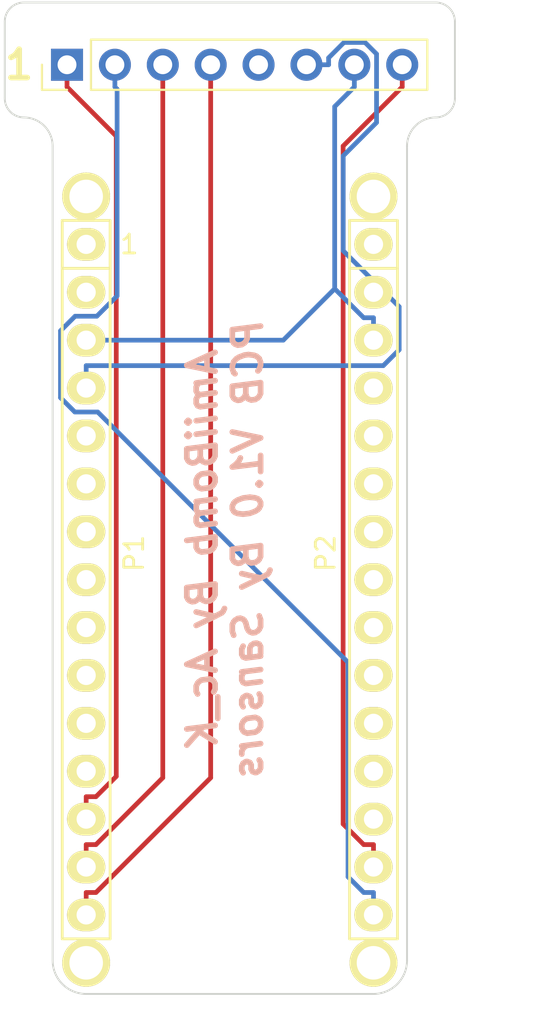
<source format=kicad_pcb>
(kicad_pcb (version 4) (host pcbnew 4.0.6)

  (general
    (links 9)
    (no_connects 0)
    (area 135.077999 58.369999 159.054001 111.048001)
    (thickness 1.6)
    (drawings 33)
    (tracks 57)
    (zones 0)
    (modules 7)
    (nets 34)
  )

  (page A4)
  (title_block
    (date "jeu. 02 avril 2015")
  )

  (layers
    (0 F.Cu signal)
    (31 B.Cu signal)
    (32 B.Adhes user)
    (33 F.Adhes user)
    (34 B.Paste user)
    (35 F.Paste user)
    (36 B.SilkS user)
    (37 F.SilkS user)
    (38 B.Mask user)
    (39 F.Mask user)
    (40 Dwgs.User user)
    (41 Cmts.User user)
    (42 Eco1.User user)
    (43 Eco2.User user)
    (44 Edge.Cuts user)
    (45 Margin user)
    (46 B.CrtYd user)
    (47 F.CrtYd user)
    (48 B.Fab user)
    (49 F.Fab user)
  )

  (setup
    (last_trace_width 0.25)
    (trace_clearance 0.2)
    (zone_clearance 0.508)
    (zone_45_only no)
    (trace_min 0.2)
    (segment_width 0.15)
    (edge_width 0.1)
    (via_size 0.6)
    (via_drill 0.4)
    (via_min_size 0.4)
    (via_min_drill 0.3)
    (uvia_size 0.3)
    (uvia_drill 0.1)
    (uvias_allowed no)
    (uvia_min_size 0.2)
    (uvia_min_drill 0.1)
    (pcb_text_width 0.3)
    (pcb_text_size 1.5 1.5)
    (mod_edge_width 0.15)
    (mod_text_size 1 1)
    (mod_text_width 0.15)
    (pad_size 1.5 1.5)
    (pad_drill 0.6)
    (pad_to_mask_clearance 0)
    (aux_axis_origin 138.176 110.617)
    (visible_elements 7FFFFFFF)
    (pcbplotparams
      (layerselection 0x00030_80000001)
      (usegerberextensions false)
      (excludeedgelayer true)
      (linewidth 0.100000)
      (plotframeref false)
      (viasonmask false)
      (mode 1)
      (useauxorigin false)
      (hpglpennumber 1)
      (hpglpenspeed 20)
      (hpglpendiameter 15)
      (hpglpenoverlay 2)
      (psnegative false)
      (psa4output false)
      (plotreference true)
      (plotvalue true)
      (plotinvisibletext false)
      (padsonsilk false)
      (subtractmaskfromsilk false)
      (outputformat 1)
      (mirror false)
      (drillshape 1)
      (scaleselection 1)
      (outputdirectory ""))
  )

  (net 0 "")
  (net 1 "/1(Tx)")
  (net 2 "/0(Rx)")
  (net 3 GND)
  (net 4 /2)
  (net 5 "/3(**)")
  (net 6 /4)
  (net 7 "/5(**)")
  (net 8 "/6(**)")
  (net 9 /7)
  (net 10 /8)
  (net 11 "/9(**)")
  (net 12 /Vin)
  (net 13 +5V)
  (net 14 /A7)
  (net 15 /A6)
  (net 16 /A5)
  (net 17 /A4)
  (net 18 /A3)
  (net 19 /A2)
  (net 20 /A1)
  (net 21 /A0)
  (net 22 /AREF)
  (net 23 "Net-(P3-Pad1)")
  (net 24 "Net-(P4-Pad1)")
  (net 25 "Net-(P5-Pad1)")
  (net 26 "Net-(P6-Pad1)")
  (net 27 +3V3)
  (net 28 SDA)
  (net 29 SCK)
  (net 30 MOSI)
  (net 31 MISO)
  (net 32 "Net-(J1-Pad5)")
  (net 33 RST)

  (net_class Default "This is the default net class."
    (clearance 0.2)
    (trace_width 0.25)
    (via_dia 0.6)
    (via_drill 0.4)
    (uvia_dia 0.3)
    (uvia_drill 0.1)
    (add_net +3V3)
    (add_net +5V)
    (add_net "/0(Rx)")
    (add_net "/1(Tx)")
    (add_net /2)
    (add_net "/3(**)")
    (add_net /4)
    (add_net "/5(**)")
    (add_net "/6(**)")
    (add_net /7)
    (add_net /8)
    (add_net "/9(**)")
    (add_net /A0)
    (add_net /A1)
    (add_net /A2)
    (add_net /A3)
    (add_net /A4)
    (add_net /A5)
    (add_net /A6)
    (add_net /A7)
    (add_net /AREF)
    (add_net /Vin)
    (add_net GND)
    (add_net MISO)
    (add_net MOSI)
    (add_net "Net-(J1-Pad5)")
    (add_net "Net-(P3-Pad1)")
    (add_net "Net-(P4-Pad1)")
    (add_net "Net-(P5-Pad1)")
    (add_net "Net-(P6-Pad1)")
    (add_net RST)
    (add_net SCK)
    (add_net SDA)
  )

  (module Socket_Arduino_Nano:Socket_Strip_Arduino_1x15 locked (layer F.Cu) (tedit 552169C6) (tstamp 551FC9D0)
    (at 139.446 71.247 270)
    (descr "Through hole socket strip")
    (tags "socket strip")
    (path /56D73FAC)
    (fp_text reference P1 (at 16.383 -2.54 270) (layer F.SilkS)
      (effects (font (size 1 1) (thickness 0.15)))
    )
    (fp_text value Digital (at 20.193 -2.54 270) (layer F.Fab)
      (effects (font (size 1 1) (thickness 0.15)))
    )
    (fp_line (start 1.27 -1.27) (end -1.27 -1.27) (layer F.SilkS) (width 0.15))
    (fp_line (start -1.27 -1.27) (end -1.27 1.27) (layer F.SilkS) (width 0.15))
    (fp_line (start -1.27 1.27) (end 1.27 1.27) (layer F.SilkS) (width 0.15))
    (fp_line (start -1.75 -1.75) (end -1.75 1.75) (layer F.CrtYd) (width 0.05))
    (fp_line (start 37.35 -1.75) (end 37.35 1.75) (layer F.CrtYd) (width 0.05))
    (fp_line (start -1.75 -1.75) (end 37.35 -1.75) (layer F.CrtYd) (width 0.05))
    (fp_line (start -1.75 1.75) (end 37.35 1.75) (layer F.CrtYd) (width 0.05))
    (fp_line (start 1.27 -1.27) (end 36.83 -1.27) (layer F.SilkS) (width 0.15))
    (fp_line (start 36.83 -1.27) (end 36.83 1.27) (layer F.SilkS) (width 0.15))
    (fp_line (start 36.83 1.27) (end 1.27 1.27) (layer F.SilkS) (width 0.15))
    (fp_line (start 1.27 1.27) (end 1.27 -1.27) (layer F.SilkS) (width 0.15))
    (pad 1 thru_hole oval (at 0 0 270) (size 1.7272 2.032) (drill 1.016) (layers *.Cu *.Mask F.SilkS)
      (net 1 "/1(Tx)"))
    (pad 2 thru_hole oval (at 2.54 0 270) (size 1.7272 2.032) (drill 1.016) (layers *.Cu *.Mask F.SilkS)
      (net 2 "/0(Rx)"))
    (pad 3 thru_hole oval (at 5.08 0 270) (size 1.7272 2.032) (drill 1.016) (layers *.Cu *.Mask F.SilkS)
      (net 33 RST))
    (pad 4 thru_hole oval (at 7.62 0 270) (size 1.7272 2.032) (drill 1.016) (layers *.Cu *.Mask F.SilkS)
      (net 3 GND))
    (pad 5 thru_hole oval (at 10.16 0 270) (size 1.7272 2.032) (drill 1.016) (layers *.Cu *.Mask F.SilkS)
      (net 4 /2))
    (pad 6 thru_hole oval (at 12.7 0 270) (size 1.7272 2.032) (drill 1.016) (layers *.Cu *.Mask F.SilkS)
      (net 5 "/3(**)"))
    (pad 7 thru_hole oval (at 15.24 0 270) (size 1.7272 2.032) (drill 1.016) (layers *.Cu *.Mask F.SilkS)
      (net 6 /4))
    (pad 8 thru_hole oval (at 17.78 0 270) (size 1.7272 2.032) (drill 1.016) (layers *.Cu *.Mask F.SilkS)
      (net 7 "/5(**)"))
    (pad 9 thru_hole oval (at 20.32 0 270) (size 1.7272 2.032) (drill 1.016) (layers *.Cu *.Mask F.SilkS)
      (net 8 "/6(**)"))
    (pad 10 thru_hole oval (at 22.86 0 270) (size 1.7272 2.032) (drill 1.016) (layers *.Cu *.Mask F.SilkS)
      (net 9 /7))
    (pad 11 thru_hole oval (at 25.4 0 270) (size 1.7272 2.032) (drill 1.016) (layers *.Cu *.Mask F.SilkS)
      (net 10 /8))
    (pad 12 thru_hole oval (at 27.94 0 270) (size 1.7272 2.032) (drill 1.016) (layers *.Cu *.Mask F.SilkS)
      (net 11 "/9(**)"))
    (pad 13 thru_hole oval (at 30.48 0 270) (size 1.7272 2.032) (drill 1.016) (layers *.Cu *.Mask F.SilkS)
      (net 28 SDA))
    (pad 14 thru_hole oval (at 33.02 0 270) (size 1.7272 2.032) (drill 1.016) (layers *.Cu *.Mask F.SilkS)
      (net 30 MOSI))
    (pad 15 thru_hole oval (at 35.56 0 270) (size 1.7272 2.032) (drill 1.016) (layers *.Cu *.Mask F.SilkS)
      (net 31 MISO))
    (model ${KIPRJMOD}/Socket_Arduino_Nano.3dshapes/Socket_header_Arduino_1x15.wrl
      (at (xyz 0.7 0 0))
      (scale (xyz 1 1 1))
      (rotate (xyz 0 0 180))
    )
  )

  (module Socket_Arduino_Nano:Socket_Strip_Arduino_1x15 locked (layer F.Cu) (tedit 552169D3) (tstamp 551FC9EE)
    (at 154.686 71.247 270)
    (descr "Through hole socket strip")
    (tags "socket strip")
    (path /56D740C7)
    (fp_text reference P2 (at 16.383 2.54 270) (layer F.SilkS)
      (effects (font (size 1 1) (thickness 0.15)))
    )
    (fp_text value Analog (at 20.193 2.54 270) (layer F.Fab)
      (effects (font (size 1 1) (thickness 0.15)))
    )
    (fp_line (start 1.27 -1.27) (end -1.27 -1.27) (layer F.SilkS) (width 0.15))
    (fp_line (start -1.27 -1.27) (end -1.27 1.27) (layer F.SilkS) (width 0.15))
    (fp_line (start -1.27 1.27) (end 1.27 1.27) (layer F.SilkS) (width 0.15))
    (fp_line (start -1.75 -1.75) (end -1.75 1.75) (layer F.CrtYd) (width 0.05))
    (fp_line (start 37.35 -1.75) (end 37.35 1.75) (layer F.CrtYd) (width 0.05))
    (fp_line (start -1.75 -1.75) (end 37.35 -1.75) (layer F.CrtYd) (width 0.05))
    (fp_line (start -1.75 1.75) (end 37.35 1.75) (layer F.CrtYd) (width 0.05))
    (fp_line (start 1.27 -1.27) (end 36.83 -1.27) (layer F.SilkS) (width 0.15))
    (fp_line (start 36.83 -1.27) (end 36.83 1.27) (layer F.SilkS) (width 0.15))
    (fp_line (start 36.83 1.27) (end 1.27 1.27) (layer F.SilkS) (width 0.15))
    (fp_line (start 1.27 1.27) (end 1.27 -1.27) (layer F.SilkS) (width 0.15))
    (pad 1 thru_hole oval (at 0 0 270) (size 1.7272 2.032) (drill 1.016) (layers *.Cu *.Mask F.SilkS)
      (net 12 /Vin))
    (pad 2 thru_hole oval (at 2.54 0 270) (size 1.7272 2.032) (drill 1.016) (layers *.Cu *.Mask F.SilkS)
      (net 3 GND))
    (pad 3 thru_hole oval (at 5.08 0 270) (size 1.7272 2.032) (drill 1.016) (layers *.Cu *.Mask F.SilkS)
      (net 33 RST))
    (pad 4 thru_hole oval (at 7.62 0 270) (size 1.7272 2.032) (drill 1.016) (layers *.Cu *.Mask F.SilkS)
      (net 13 +5V))
    (pad 5 thru_hole oval (at 10.16 0 270) (size 1.7272 2.032) (drill 1.016) (layers *.Cu *.Mask F.SilkS)
      (net 14 /A7))
    (pad 6 thru_hole oval (at 12.7 0 270) (size 1.7272 2.032) (drill 1.016) (layers *.Cu *.Mask F.SilkS)
      (net 15 /A6))
    (pad 7 thru_hole oval (at 15.24 0 270) (size 1.7272 2.032) (drill 1.016) (layers *.Cu *.Mask F.SilkS)
      (net 16 /A5))
    (pad 8 thru_hole oval (at 17.78 0 270) (size 1.7272 2.032) (drill 1.016) (layers *.Cu *.Mask F.SilkS)
      (net 17 /A4))
    (pad 9 thru_hole oval (at 20.32 0 270) (size 1.7272 2.032) (drill 1.016) (layers *.Cu *.Mask F.SilkS)
      (net 18 /A3))
    (pad 10 thru_hole oval (at 22.86 0 270) (size 1.7272 2.032) (drill 1.016) (layers *.Cu *.Mask F.SilkS)
      (net 19 /A2))
    (pad 11 thru_hole oval (at 25.4 0 270) (size 1.7272 2.032) (drill 1.016) (layers *.Cu *.Mask F.SilkS)
      (net 20 /A1))
    (pad 12 thru_hole oval (at 27.94 0 270) (size 1.7272 2.032) (drill 1.016) (layers *.Cu *.Mask F.SilkS)
      (net 21 /A0))
    (pad 13 thru_hole oval (at 30.48 0 270) (size 1.7272 2.032) (drill 1.016) (layers *.Cu *.Mask F.SilkS)
      (net 22 /AREF))
    (pad 14 thru_hole oval (at 33.02 0 270) (size 1.7272 2.032) (drill 1.016) (layers *.Cu *.Mask F.SilkS)
      (net 27 +3V3))
    (pad 15 thru_hole oval (at 35.56 0 270) (size 1.7272 2.032) (drill 1.016) (layers *.Cu *.Mask F.SilkS)
      (net 29 SCK))
    (model ${KIPRJMOD}/Socket_Arduino_Nano.3dshapes/Socket_header_Arduino_1x15.wrl
      (at (xyz 0.7 0 0))
      (scale (xyz 1 1 1))
      (rotate (xyz 0 0 180))
    )
  )

  (module Socket_Arduino_Nano:1pin_Nano locked (layer F.Cu) (tedit 5521156E) (tstamp 55211553)
    (at 139.446 68.707)
    (descr "module 1 pin (ou trou mecanique de percage)")
    (tags DEV)
    (path /56D73ADD)
    (fp_text reference P3 (at 0 -2.032) (layer F.SilkS) hide
      (effects (font (size 1 1) (thickness 0.15)))
    )
    (fp_text value CONN_01X01 (at 0 2.032) (layer F.Fab) hide
      (effects (font (size 1 1) (thickness 0.15)))
    )
    (pad 1 thru_hole circle (at 0 0) (size 2.54 2.54) (drill 1.778) (layers *.Cu *.Mask F.SilkS)
      (net 23 "Net-(P3-Pad1)"))
  )

  (module Socket_Arduino_Nano:1pin_Nano locked (layer F.Cu) (tedit 55211594) (tstamp 55211558)
    (at 139.446 109.347)
    (descr "module 1 pin (ou trou mecanique de percage)")
    (tags DEV)
    (path /56D73D86)
    (fp_text reference P4 (at 0 -2.032) (layer F.SilkS) hide
      (effects (font (size 1 1) (thickness 0.15)))
    )
    (fp_text value CONN_01X01 (at 0 2.032) (layer F.Fab) hide
      (effects (font (size 1 1) (thickness 0.15)))
    )
    (pad 1 thru_hole circle (at 0 0) (size 2.54 2.54) (drill 1.778) (layers *.Cu *.Mask F.SilkS)
      (net 24 "Net-(P4-Pad1)"))
  )

  (module Socket_Arduino_Nano:1pin_Nano locked (layer F.Cu) (tedit 552115A5) (tstamp 5521155D)
    (at 154.686 109.347)
    (descr "module 1 pin (ou trou mecanique de percage)")
    (tags DEV)
    (path /56D73DAE)
    (fp_text reference P5 (at 0 -2.032) (layer F.SilkS) hide
      (effects (font (size 1 1) (thickness 0.15)))
    )
    (fp_text value CONN_01X01 (at 0 2.032) (layer F.Fab) hide
      (effects (font (size 1 1) (thickness 0.15)))
    )
    (pad 1 thru_hole circle (at 0 0) (size 2.54 2.54) (drill 1.778) (layers *.Cu *.Mask F.SilkS)
      (net 25 "Net-(P5-Pad1)"))
  )

  (module Socket_Arduino_Nano:1pin_Nano locked (layer F.Cu) (tedit 552115BD) (tstamp 55211562)
    (at 154.686 68.707)
    (descr "module 1 pin (ou trou mecanique de percage)")
    (tags DEV)
    (path /56D73DD9)
    (fp_text reference P6 (at 0 -2.032) (layer F.SilkS) hide
      (effects (font (size 1 1) (thickness 0.15)))
    )
    (fp_text value CONN_01X01 (at 0 2.032) (layer F.Fab) hide
      (effects (font (size 1 1) (thickness 0.15)))
    )
    (pad 1 thru_hole circle (at 0 0) (size 2.54 2.54) (drill 1.778) (layers *.Cu *.Mask F.SilkS)
      (net 26 "Net-(P6-Pad1)"))
  )

  (module Pin_Headers:Pin_Header_Straight_1x08_Pitch2.54mm (layer F.Cu) (tedit 58F91594) (tstamp 58F9121E)
    (at 138.43 61.722 90)
    (descr "Through hole straight pin header, 1x08, 2.54mm pitch, single row")
    (tags "Through hole pin header THT 1x08 2.54mm single row")
    (path /58F91601)
    (fp_text reference J1 (at 0 -2.33 90) (layer F.SilkS) hide
      (effects (font (size 1 1) (thickness 0.15)))
    )
    (fp_text value CONN_01X08 (at -1.524 23.876 90) (layer F.Fab)
      (effects (font (size 1 1) (thickness 0.15)))
    )
    (fp_line (start -1.27 -1.27) (end -1.27 19.05) (layer F.Fab) (width 0.1))
    (fp_line (start -1.27 19.05) (end 1.27 19.05) (layer F.Fab) (width 0.1))
    (fp_line (start 1.27 19.05) (end 1.27 -1.27) (layer F.Fab) (width 0.1))
    (fp_line (start 1.27 -1.27) (end -1.27 -1.27) (layer F.Fab) (width 0.1))
    (fp_line (start -1.33 1.27) (end -1.33 19.11) (layer F.SilkS) (width 0.12))
    (fp_line (start -1.33 19.11) (end 1.33 19.11) (layer F.SilkS) (width 0.12))
    (fp_line (start 1.33 19.11) (end 1.33 1.27) (layer F.SilkS) (width 0.12))
    (fp_line (start 1.33 1.27) (end -1.33 1.27) (layer F.SilkS) (width 0.12))
    (fp_line (start -1.33 0) (end -1.33 -1.33) (layer F.SilkS) (width 0.12))
    (fp_line (start -1.33 -1.33) (end 0 -1.33) (layer F.SilkS) (width 0.12))
    (fp_line (start -1.8 -1.8) (end -1.8 19.55) (layer F.CrtYd) (width 0.05))
    (fp_line (start -1.8 19.55) (end 1.8 19.55) (layer F.CrtYd) (width 0.05))
    (fp_line (start 1.8 19.55) (end 1.8 -1.8) (layer F.CrtYd) (width 0.05))
    (fp_line (start 1.8 -1.8) (end -1.8 -1.8) (layer F.CrtYd) (width 0.05))
    (fp_text user %R (at 0 -2.33 90) (layer F.Fab)
      (effects (font (size 1 1) (thickness 0.15)))
    )
    (pad 1 thru_hole rect (at 0 0 90) (size 1.7 1.7) (drill 1) (layers *.Cu *.Mask)
      (net 28 SDA))
    (pad 2 thru_hole oval (at 0 2.54 90) (size 1.7 1.7) (drill 1) (layers *.Cu *.Mask)
      (net 29 SCK))
    (pad 3 thru_hole oval (at 0 5.08 90) (size 1.7 1.7) (drill 1) (layers *.Cu *.Mask)
      (net 30 MOSI))
    (pad 4 thru_hole oval (at 0 7.62 90) (size 1.7 1.7) (drill 1) (layers *.Cu *.Mask)
      (net 31 MISO))
    (pad 5 thru_hole oval (at 0 10.16 90) (size 1.7 1.7) (drill 1) (layers *.Cu *.Mask)
      (net 32 "Net-(J1-Pad5)"))
    (pad 6 thru_hole oval (at 0 12.7 90) (size 1.7 1.7) (drill 1) (layers *.Cu *.Mask)
      (net 3 GND))
    (pad 7 thru_hole oval (at 0 15.24 90) (size 1.7 1.7) (drill 1) (layers *.Cu *.Mask)
      (net 33 RST))
    (pad 8 thru_hole oval (at 0 17.78 90) (size 1.7 1.7) (drill 1) (layers *.Cu *.Mask)
      (net 27 +3V3))
    (model ${KISYS3DMOD}/Pin_Headers.3dshapes/Pin_Header_Straight_1x08_Pitch2.54mm.wrl
      (at (xyz 0 -0.35 0))
      (scale (xyz 1 1 1))
      (rotate (xyz 0 0 90))
    )
  )

  (gr_text "AmiiBomb By Ac_K\nPCB V1.0 By Sansors" (at 146.812 87.376 90) (layer B.SilkS)
    (effects (font (size 1.5 1.5) (thickness 0.3) italic) (justify mirror))
  )
  (gr_text 1 (at 135.89 61.722) (layer F.SilkS)
    (effects (font (size 1.5 1.5) (thickness 0.3)))
  )
  (gr_arc (start 136.144 59.436) (end 135.128 59.436) (angle 90) (layer Edge.Cuts) (width 0.1))
  (gr_line (start 138.176 58.42) (end 136.144 58.42) (layer Edge.Cuts) (width 0.1))
  (gr_line (start 135.128 63.5) (end 135.128 59.436) (layer Edge.Cuts) (width 0.1))
  (gr_arc (start 136.144 63.5) (end 136.144 64.516) (angle 90) (layer Edge.Cuts) (width 0.1))
  (gr_arc (start 136.144 66.04) (end 136.144 64.516) (angle 90) (layer Edge.Cuts) (width 0.1))
  (gr_arc (start 157.988 59.436) (end 157.988 58.42) (angle 90) (layer Edge.Cuts) (width 0.1))
  (gr_line (start 159.004 63.5) (end 159.004 59.436) (layer Edge.Cuts) (width 0.1))
  (gr_arc (start 157.988 63.5) (end 159.004 63.5) (angle 90) (layer Edge.Cuts) (width 0.1))
  (gr_arc (start 157.988 66.04) (end 156.464 66.04) (angle 90) (layer Edge.Cuts) (width 0.1))
  (gr_arc (start 139.446 109.22) (end 139.446 110.998) (angle 90) (layer Edge.Cuts) (width 0.1))
  (gr_arc (start 154.686 109.22) (end 156.464 109.22) (angle 90) (layer Edge.Cuts) (width 0.1))
  (gr_text 1 (at 141.732 71.247) (layer F.SilkS)
    (effects (font (size 1 1) (thickness 0.15)))
  )
  (gr_line (start 150.622 112.522) (end 150.622 110.617) (angle 90) (layer Dwgs.User) (width 0.15))
  (gr_line (start 150.622 102.997) (end 150.622 110.617) (angle 90) (layer Dwgs.User) (width 0.15))
  (gr_line (start 143.51 102.997) (end 150.622 102.997) (angle 90) (layer Dwgs.User) (width 0.15))
  (gr_line (start 143.51 110.617) (end 143.51 102.997) (angle 90) (layer Dwgs.User) (width 0.15))
  (gr_line (start 143.51 112.522) (end 150.622 112.522) (angle 90) (layer Dwgs.User) (width 0.15))
  (gr_line (start 143.51 110.617) (end 143.51 112.522) (angle 90) (layer Dwgs.User) (width 0.15))
  (gr_line (start 145.542 87.757) (end 145.542 85.217) (angle 90) (layer Dwgs.User) (width 0.15))
  (gr_line (start 149.479 87.757) (end 145.542 87.757) (angle 90) (layer Dwgs.User) (width 0.15))
  (gr_line (start 149.479 85.217) (end 149.479 87.757) (angle 90) (layer Dwgs.User) (width 0.15))
  (gr_line (start 145.542 85.217) (end 149.479 85.217) (angle 90) (layer Dwgs.User) (width 0.15))
  (gr_circle (center 147.574 86.487) (end 146.812 86.487) (layer Dwgs.User) (width 0.15))
  (gr_line (start 150.876 67.437) (end 143.256 67.437) (angle 90) (layer Dwgs.User) (width 0.15))
  (gr_line (start 150.876 72.517) (end 150.876 67.437) (angle 90) (layer Dwgs.User) (width 0.15))
  (gr_line (start 143.256 72.517) (end 150.876 72.517) (angle 90) (layer Dwgs.User) (width 0.15))
  (gr_line (start 143.256 67.437) (end 143.256 72.517) (angle 90) (layer Dwgs.User) (width 0.15))
  (gr_line (start 137.668 66.04) (end 137.668 109.22) (angle 90) (layer Edge.Cuts) (width 0.1))
  (gr_line (start 157.988 58.42) (end 138.176 58.42) (angle 90) (layer Edge.Cuts) (width 0.1))
  (gr_line (start 156.464 109.22) (end 156.464 66.04) (angle 90) (layer Edge.Cuts) (width 0.1))
  (gr_line (start 139.446 110.998) (end 154.686 110.998) (angle 90) (layer Edge.Cuts) (width 0.1))

  (segment (start 154.686 73.787) (end 154.686 73.1925) (width 0.25) (layer B.Cu) (net 3))
  (segment (start 155.2061 77.6781) (end 139.446 77.6781) (width 0.25) (layer B.Cu) (net 3))
  (segment (start 156.0476 76.8366) (end 155.2061 77.6781) (width 0.25) (layer B.Cu) (net 3))
  (segment (start 156.0476 74.5541) (end 156.0476 76.8366) (width 0.25) (layer B.Cu) (net 3))
  (segment (start 154.686 73.1925) (end 156.0476 74.5541) (width 0.25) (layer B.Cu) (net 3))
  (segment (start 139.446 78.867) (end 139.446 77.6781) (width 0.25) (layer B.Cu) (net 3))
  (segment (start 153.078 71.5845) (end 154.686 73.1925) (width 0.25) (layer B.Cu) (net 3))
  (segment (start 153.078 66.5537) (end 153.078 71.5845) (width 0.25) (layer B.Cu) (net 3))
  (segment (start 154.8475 64.7842) (end 153.078 66.5537) (width 0.25) (layer B.Cu) (net 3))
  (segment (start 154.8475 61.1494) (end 154.8475 64.7842) (width 0.25) (layer B.Cu) (net 3))
  (segment (start 154.2363 60.5382) (end 154.8475 61.1494) (width 0.25) (layer B.Cu) (net 3))
  (segment (start 153.1218 60.5382) (end 154.2363 60.5382) (width 0.25) (layer B.Cu) (net 3))
  (segment (start 152.3053 61.3547) (end 153.1218 60.5382) (width 0.25) (layer B.Cu) (net 3))
  (segment (start 152.3053 61.722) (end 152.3053 61.3547) (width 0.25) (layer B.Cu) (net 3))
  (segment (start 151.13 61.722) (end 152.3053 61.722) (width 0.25) (layer B.Cu) (net 3))
  (segment (start 154.1659 103.0781) (end 154.686 103.0781) (width 0.25) (layer F.Cu) (net 27))
  (segment (start 153.0743 101.9865) (end 154.1659 103.0781) (width 0.25) (layer F.Cu) (net 27))
  (segment (start 153.0743 66.033) (end 153.0743 101.9865) (width 0.25) (layer F.Cu) (net 27))
  (segment (start 156.21 62.8973) (end 153.0743 66.033) (width 0.25) (layer F.Cu) (net 27))
  (segment (start 156.21 61.722) (end 156.21 62.8973) (width 0.25) (layer F.Cu) (net 27))
  (segment (start 154.686 104.267) (end 154.686 103.0781) (width 0.25) (layer F.Cu) (net 27))
  (segment (start 139.9661 100.5381) (end 139.446 100.5381) (width 0.25) (layer F.Cu) (net 28))
  (segment (start 141.0417 99.4625) (end 139.9661 100.5381) (width 0.25) (layer F.Cu) (net 28))
  (segment (start 141.0417 65.509) (end 141.0417 99.4625) (width 0.25) (layer F.Cu) (net 28))
  (segment (start 138.43 62.8973) (end 141.0417 65.509) (width 0.25) (layer F.Cu) (net 28))
  (segment (start 138.43 61.722) (end 138.43 62.8973) (width 0.25) (layer F.Cu) (net 28))
  (segment (start 139.446 101.727) (end 139.446 100.5381) (width 0.25) (layer F.Cu) (net 28))
  (segment (start 154.1659 105.6181) (end 154.686 105.6181) (width 0.25) (layer B.Cu) (net 29))
  (segment (start 153.335 104.7872) (end 154.1659 105.6181) (width 0.25) (layer B.Cu) (net 29))
  (segment (start 153.335 93.4131) (end 153.335 104.7872) (width 0.25) (layer B.Cu) (net 29))
  (segment (start 140.0589 80.137) (end 153.335 93.4131) (width 0.25) (layer B.Cu) (net 29))
  (segment (start 138.8448 80.137) (end 140.0589 80.137) (width 0.25) (layer B.Cu) (net 29))
  (segment (start 138.0844 79.3766) (end 138.8448 80.137) (width 0.25) (layer B.Cu) (net 29))
  (segment (start 138.0844 75.8324) (end 138.0844 79.3766) (width 0.25) (layer B.Cu) (net 29))
  (segment (start 138.8598 75.057) (end 138.0844 75.8324) (width 0.25) (layer B.Cu) (net 29))
  (segment (start 140.0117 75.057) (end 138.8598 75.057) (width 0.25) (layer B.Cu) (net 29))
  (segment (start 141.0864 73.9823) (end 140.0117 75.057) (width 0.25) (layer B.Cu) (net 29))
  (segment (start 141.0864 63.0137) (end 141.0864 73.9823) (width 0.25) (layer B.Cu) (net 29))
  (segment (start 140.97 62.8973) (end 141.0864 63.0137) (width 0.25) (layer B.Cu) (net 29))
  (segment (start 140.97 61.722) (end 140.97 62.8973) (width 0.25) (layer B.Cu) (net 29))
  (segment (start 154.686 106.807) (end 154.686 105.6181) (width 0.25) (layer B.Cu) (net 29))
  (segment (start 139.446 104.267) (end 139.446 103.0781) (width 0.25) (layer F.Cu) (net 30))
  (segment (start 143.51 99.5342) (end 143.51 61.722) (width 0.25) (layer F.Cu) (net 30))
  (segment (start 139.9661 103.0781) (end 143.51 99.5342) (width 0.25) (layer F.Cu) (net 30))
  (segment (start 139.446 103.0781) (end 139.9661 103.0781) (width 0.25) (layer F.Cu) (net 30))
  (segment (start 139.9661 105.6181) (end 139.446 105.6181) (width 0.25) (layer F.Cu) (net 31))
  (segment (start 146.05 99.5342) (end 139.9661 105.6181) (width 0.25) (layer F.Cu) (net 31))
  (segment (start 146.05 61.722) (end 146.05 99.5342) (width 0.25) (layer F.Cu) (net 31))
  (segment (start 139.446 106.807) (end 139.446 105.6181) (width 0.25) (layer F.Cu) (net 31))
  (segment (start 153.67 61.722) (end 153.67 62.8973) (width 0.25) (layer B.Cu) (net 33))
  (segment (start 154.686 76.327) (end 154.686 75.1381) (width 0.25) (layer B.Cu) (net 33))
  (segment (start 149.9004 76.327) (end 139.446 76.327) (width 0.25) (layer B.Cu) (net 33))
  (segment (start 152.6276 73.5998) (end 149.9004 76.327) (width 0.25) (layer B.Cu) (net 33))
  (segment (start 152.6276 63.9397) (end 152.6276 73.5998) (width 0.25) (layer B.Cu) (net 33))
  (segment (start 153.67 62.8973) (end 152.6276 63.9397) (width 0.25) (layer B.Cu) (net 33))
  (segment (start 154.1659 75.1381) (end 154.686 75.1381) (width 0.25) (layer B.Cu) (net 33))
  (segment (start 152.6276 73.5998) (end 154.1659 75.1381) (width 0.25) (layer B.Cu) (net 33))

)

</source>
